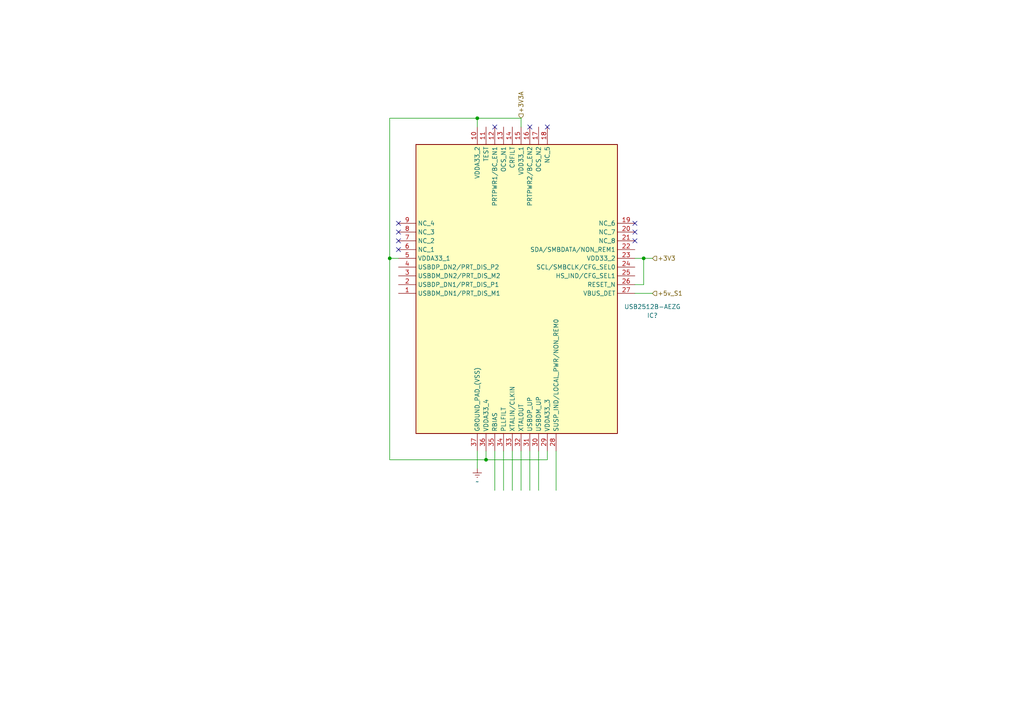
<source format=kicad_sch>
(kicad_sch (version 20250114) (generator "eeschema") (generator_version "9.0")
  (paper "A4")
  (lib_symbols
    (symbol "USB2512B-AEZG:USB2512B-AEZG"
      (property "Reference" "IC" (at 64.77 45.72 0))
      (property "Value" "USB2512B-AEZG" (at 64.77 43.18 0))
      (symbol "USB2512B-AEZG_1_1"
        (rectangle (start 5.08 40.64) (end 63.5 -43.18) (stroke (width 0.254)) (fill (type background)))
        (pin passive line (at 0 0 0) (length 5.08) (name "USBDM_DN1/PRT_DIS_M1") (number "1"))
        (pin passive line (at 0 -2.54 0) (length 5.08) (name "USBDP_DN1/PRT_DIS_P1") (number "2"))
        (pin passive line (at 0 -5.08 0) (length 5.08) (name "USBDM_DN2/PRT_DIS_M2") (number "3"))
        (pin passive line (at 0 -7.62 0) (length 5.08) (name "USBDP_DN2/PRT_DIS_P2") (number "4"))
        (pin passive line (at 0 -10.16 0) (length 5.08) (name "VDDA33_1") (number "5"))
        (pin passive line (at 0 -12.7 0) (length 5.08) (name "NC_1") (number "6"))
        (pin passive line (at 0 -15.24 0) (length 5.08) (name "NC_2") (number "7"))
        (pin passive line (at 0 -17.78 0) (length 5.08) (name "NC_3") (number "8"))
        (pin passive line (at 0 -20.32 0) (length 5.08) (name "NC_4") (number "9"))
        (pin passive line (at 22.86 45.72 270) (length 5.08) (name "GROUND_PAD_(VSS)") (number "37"))
        (pin passive line (at 22.86 -48.26 90) (length 5.08) (name "VDDA33_2") (number "10"))
        (pin passive line (at 25.4 45.72 270) (length 5.08) (name "VDDA33_4") (number "36"))
        (pin passive line (at 25.4 -48.26 90) (length 5.08) (name "TEST") (number "11"))
        (pin passive line (at 27.94 45.72 270) (length 5.08) (name "RBIAS") (number "35"))
        (pin passive line (at 27.94 -48.26 90) (length 5.08) (name "PRTPWR1/BC_EN1") (number "12"))
        (pin passive line (at 30.48 45.72 270) (length 5.08) (name "PLLFILT") (number "34"))
        (pin passive line (at 30.48 -48.26 90) (length 5.08) (name "OCS_N1") (number "13"))
        (pin passive line (at 33.02 45.72 270) (length 5.08) (name "XTALIN/CLKIN") (number "33"))
        (pin passive line (at 33.02 -48.26 90) (length 5.08) (name "CRFILT") (number "14"))
        (pin passive line (at 35.56 45.72 270) (length 5.08) (name "XTALOUT") (number "32"))
        (pin passive line (at 35.56 -48.26 90) (length 5.08) (name "VDD33_1") (number "15"))
        (pin passive line (at 38.1 45.72 270) (length 5.08) (name "USBDP_UP") (number "31"))
        (pin passive line (at 38.1 -48.26 90) (length 5.08) (name "PRTPWR2/BC_EN2") (number "16"))
        (pin passive line (at 40.64 45.72 270) (length 5.08) (name "USBDM_UP") (number "30"))
        (pin passive line (at 40.64 -48.26 90) (length 5.08) (name "OCS_N2") (number "17"))
        (pin passive line (at 43.18 45.72 270) (length 5.08) (name "VDDA33_3") (number "29"))
        (pin passive line (at 43.18 -48.26 90) (length 5.08) (name "NC_5") (number "18"))
        (pin passive line (at 45.72 45.72 270) (length 5.08) (name "SUSP_IND/LOCAL_PWR/NON_REM0") (number "28"))
        (pin passive line (at 68.58 0 180) (length 5.08) (name "VBUS_DET") (number "27"))
        (pin passive line (at 68.58 -2.54 180) (length 5.08) (name "RESET_N") (number "26"))
        (pin passive line (at 68.58 -5.08 180) (length 5.08) (name "HS_IND/CFG_SEL1") (number "25"))
        (pin passive line (at 68.58 -7.62 180) (length 5.08) (name "SCL/SMBCLK/CFG_SEL0") (number "24"))
        (pin passive line (at 68.58 -10.16 180) (length 5.08) (name "VDD33_2") (number "23"))
        (pin passive line (at 68.58 -12.7 180) (length 5.08) (name "SDA/SMBDATA/NON_REM1") (number "22"))
        (pin passive line (at 68.58 -15.24 180) (length 5.08) (name "NC_8") (number "21"))
        (pin passive line (at 68.58 -17.78 180) (length 5.08) (name "NC_7") (number "20"))
        (pin passive line (at 68.58 -20.32 180) (length 5.08) (name "NC_6") (number "19"))
      )
    )
    (symbol "power:Earth" (power) (pin_numbers (hide yes)) (pin_names (offset 0) (hide yes))
      (property "Value" "Earth" (at 0 -3.81 0))
      (symbol "Earth_0_1"
        (polyline (pts (xy -0.635 -1.905) (xy 0.635 -1.905)))
        (polyline (pts (xy -0.127 -2.54) (xy 0.127 -2.54)))
        (polyline (pts (xy 0 -1.27) (xy 0 0)))
        (polyline (pts (xy 1.27 -1.27) (xy -1.27 -1.27)))
      )
      (symbol "Earth_1_1"
        (pin power_in line (at 0 0 270) (length 0) (name "~") (number "1"))
      )
    )
  )
  (junction (at 138.43 34.29))
  (junction (at 186.69 74.93))
  (junction (at 113.03 74.93))
  (junction (at 140.97 133.35))
  (no_connect (at 184.15 64.77))
  (no_connect (at 184.15 67.31))
  (no_connect (at 153.67 36.83))
  (no_connect (at 184.15 69.85))
  (no_connect (at 115.57 69.85))
  (no_connect (at 115.57 67.31))
  (no_connect (at 143.51 36.83))
  (no_connect (at 115.57 72.39))
  (no_connect (at 158.75 36.83))
  (no_connect (at 115.57 64.77))
  (wire (pts (xy 184.15 82.55) (xy 186.69 82.55)))
  (wire (pts (xy 113.03 133.35) (xy 113.03 74.93)))
  (wire (pts (xy 140.97 130.81) (xy 140.97 133.35)))
  (wire (pts (xy 140.97 133.35) (xy 158.75 133.35)))
  (wire (pts (xy 153.67 130.81) (xy 153.67 142.24)))
  (wire (pts (xy 138.43 130.81) (xy 138.43 135.89)))
  (wire (pts (xy 186.69 74.93) (xy 189.23 74.93)))
  (wire (pts (xy 138.43 36.83) (xy 138.43 34.29)))
  (wire (pts (xy 156.21 130.81) (xy 156.21 142.24)))
  (wire (pts (xy 184.15 85.09) (xy 189.23 85.09)))
  (wire (pts (xy 138.43 34.29) (xy 151.13 34.29)))
  (wire (pts (xy 113.03 34.29) (xy 113.03 74.93)))
  (wire (pts (xy 146.05 130.81) (xy 146.05 142.24)))
  (wire (pts (xy 161.29 130.81) (xy 161.29 142.24)))
  (wire (pts (xy 186.69 82.55) (xy 186.69 74.93)))
  (wire (pts (xy 113.03 34.29) (xy 138.43 34.29)))
  (wire (pts (xy 151.13 34.29) (xy 151.13 36.83)))
  (wire (pts (xy 140.97 133.35) (xy 113.03 133.35)))
  (wire (pts (xy 113.03 74.93) (xy 115.57 74.93)))
  (wire (pts (xy 151.13 130.81) (xy 151.13 142.24)))
  (wire (pts (xy 148.59 130.81) (xy 148.59 142.24)))
  (wire (pts (xy 184.15 74.93) (xy 186.69 74.93)))
  (wire (pts (xy 158.75 130.81) (xy 158.75 133.35)))
  (wire (pts (xy 143.51 130.81) (xy 143.51 142.24)))
  (hierarchical_label "+5v_S1" (shape input) (at 189.23 85.09 0))
  (hierarchical_label "+3V3A" (shape input) (at 151.13 34.29 90))
  (hierarchical_label "+3V3" (shape input) (at 189.23 74.93 0))
  (symbol (lib_id "USB2512B-AEZG:USB2512B-AEZG") (at 115.57 85.09 0) (mirror x) (unit 1)
    (property "Reference" "IC?" (at 189.23 91.5102 0))
    (property "Value" "USB2512B-AEZG" (at 189.23 88.9702 0))
    (property "Footprint" "QFN50P600X600X100-37N-D" (effects (hide yes)))
    (property "Datasheet" "http://www.microchip.com/mymicrochip/filehandler.aspx?ddocname=en562310" (effects (hide yes)))
    (property "Description" "USB 2.0 Hub Controller 2-Port BC QFN36 Microchip USB2512B-AEZG, USB Controller, 480MBps, USB 2.0, 3.3 V, 36-Pin QFN" (effects (hide yes)))
    (property "Height" "1" (effects (hide yes)))
    (property "Manufacturer_Name" "Microchip" (effects (hide yes)))
    (property "Manufacturer_Part_Number" "USB2512B-AEZG" (effects (hide yes)))
    (property "Mouser Part Number" "886-USB2512B-AEZG" (effects (hide yes)))
    (property "Mouser Price/Stock" "https://www.mouser.co.uk/ProductDetail/Microchip-Technology/USB2512B-AEZG?qs=pA5MXup5wxGNvJiLqKVEsA%3D%3D" (effects (hide yes)))
    (property "Arrow Part Number" "USB2512B-AEZG" (effects (hide yes)))
    (property "Arrow Price/Stock" "https://www.arrow.com/en/products/usb2512b-aezg/microchip-technology?region=nac" (effects (hide yes)))
  )
  (symbol (lib_id "power:Earth") (at 138.43 135.89 0) (unit 1)
    (property "Reference" "#PWR032" (effects (hide yes)))
    (property "Value" "~" (at 138.43 139.7 0))
    (property "Description" "Power symbol creates a global label with name \"Earth\"" (effects (hide yes)))
  )
)
</source>
